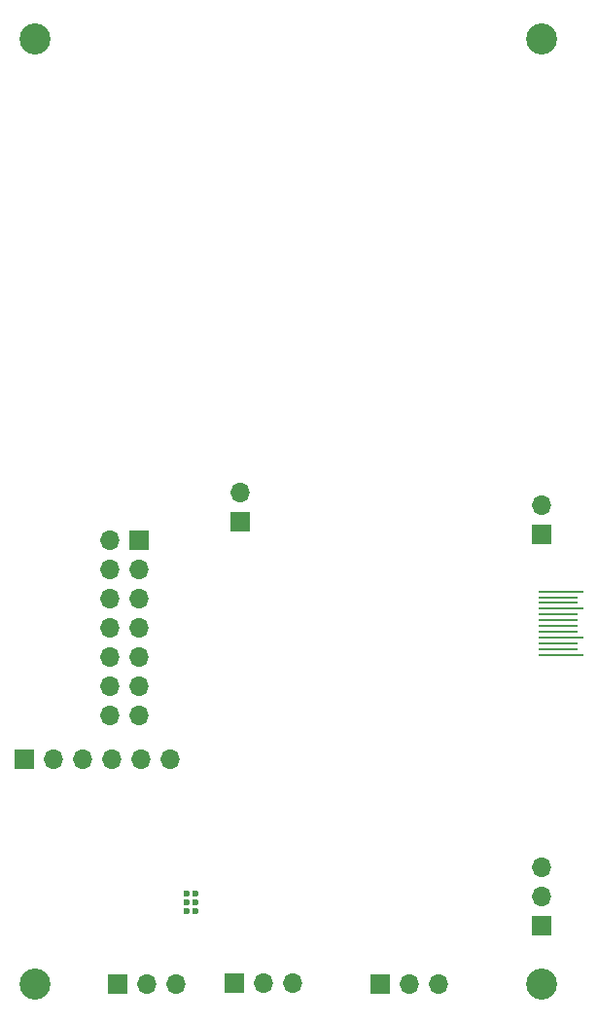
<source format=gbs>
G04 #@! TF.GenerationSoftware,KiCad,Pcbnew,8.0.1-8.0.1-1~ubuntu22.04.1*
G04 #@! TF.CreationDate,2024-06-03T13:26:47-07:00*
G04 #@! TF.ProjectId,emu_brd,656d755f-6272-4642-9e6b-696361645f70,REV1*
G04 #@! TF.SameCoordinates,Original*
G04 #@! TF.FileFunction,Soldermask,Bot*
G04 #@! TF.FilePolarity,Negative*
%FSLAX46Y46*%
G04 Gerber Fmt 4.6, Leading zero omitted, Abs format (unit mm)*
G04 Created by KiCad (PCBNEW 8.0.1-8.0.1-1~ubuntu22.04.1) date 2024-06-03 13:26:47*
%MOMM*%
%LPD*%
G01*
G04 APERTURE LIST*
%ADD10C,0.600000*%
%ADD11R,1.700000X1.700000*%
%ADD12O,1.700000X1.700000*%
%ADD13R,4.000000X0.250000*%
%ADD14R,3.500000X0.250000*%
%ADD15C,2.700000*%
G04 APERTURE END LIST*
D10*
X87127400Y-110067400D03*
X86340000Y-110067400D03*
X87127400Y-109280000D03*
X87127400Y-110854800D03*
X86340000Y-110854800D03*
X86340000Y-109280000D03*
D11*
X82200000Y-78605000D03*
D12*
X79660000Y-78605000D03*
X82200000Y-81145000D03*
X79660000Y-81145000D03*
X82200000Y-83685000D03*
X79660000Y-83685000D03*
X82200000Y-86225000D03*
X79660000Y-86225000D03*
X82200000Y-88765000D03*
X79660000Y-88765000D03*
X82200000Y-91305000D03*
X79660000Y-91305000D03*
X82200000Y-93845000D03*
X79660000Y-93845000D03*
D13*
X118940000Y-83030000D03*
X118940000Y-84530000D03*
X118940000Y-87030000D03*
X118940000Y-88530000D03*
D14*
X118690000Y-83530000D03*
X118690000Y-84030000D03*
X118690000Y-85030000D03*
X118690000Y-85530000D03*
X118690000Y-86030000D03*
X118690000Y-86530000D03*
X118690000Y-87530000D03*
X118690000Y-88030000D03*
D11*
X90510000Y-117105000D03*
D12*
X93050000Y-117105000D03*
X95590000Y-117105000D03*
D11*
X80350000Y-117180000D03*
D12*
X82890000Y-117180000D03*
X85430000Y-117180000D03*
D11*
X72200000Y-97605000D03*
D12*
X74740000Y-97605000D03*
X77280000Y-97605000D03*
X79820000Y-97605000D03*
X82360000Y-97605000D03*
X84900000Y-97605000D03*
D11*
X90990000Y-76940000D03*
D12*
X90990000Y-74400000D03*
D15*
X117290000Y-35000000D03*
X117290000Y-117180000D03*
X73190000Y-35000000D03*
X73190000Y-117180000D03*
D11*
X117290000Y-112100000D03*
D12*
X117290000Y-109560000D03*
X117290000Y-107020000D03*
D11*
X117290000Y-78080000D03*
D12*
X117290000Y-75540000D03*
X108290000Y-117180000D03*
X105750000Y-117180000D03*
D11*
X103210000Y-117180000D03*
M02*

</source>
